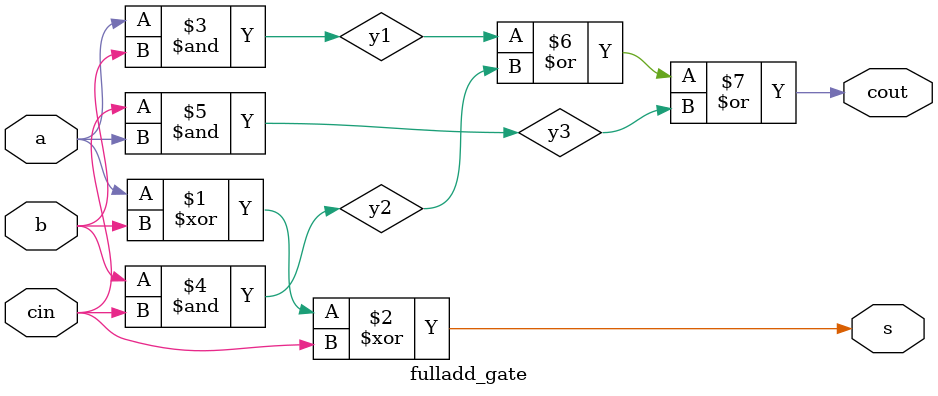
<source format=v>
`timescale 1ns / 1ps


module fulladd_behavorial(a,b,cin,s,cout);
input a,b,cin;
output s,cout;

assign {cout,s}=a+b+cin;
endmodule

module fulladd_dataflow(a,b,cin,s,cout);
input a,b,cin;
output s,cout;

assign s = a^b^cin;
assign cout = a&b | b&cin | cin&a ;
endmodule

module fulladd_gate(a,b,cin,s,cout);
input a,b,cin;
output s,cout;
wire y;

xor(s,a,b,cin);

and(y1,a,b);
and(y2,b,cin);
and(y3,cin,a);

or(cout,y1,y2,y3);
endmodule

</source>
